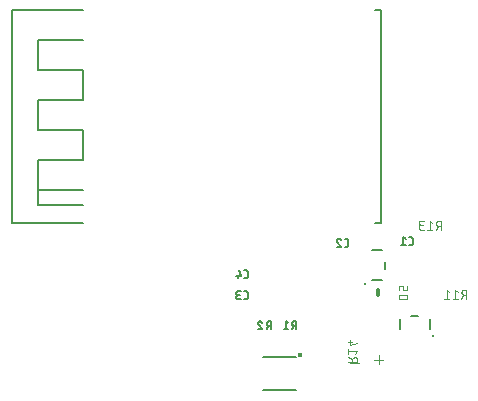
<source format=gbr>
G04 EAGLE Gerber RS-274X export*
G75*
%MOMM*%
%FSLAX34Y34*%
%LPD*%
%INSilkscreen Bottom*%
%IPPOS*%
%AMOC8*
5,1,8,0,0,1.08239X$1,22.5*%
G01*
%ADD10C,0.152400*%
%ADD11C,0.127000*%
%ADD12C,0.203200*%
%ADD13C,0.400000*%
%ADD14C,0.254000*%
%ADD15C,0.300000*%
%ADD16C,0.101600*%
%ADD17C,0.076200*%


D10*
X217543Y70612D02*
X217543Y77216D01*
X215708Y77216D01*
X215623Y77214D01*
X215539Y77208D01*
X215455Y77198D01*
X215371Y77185D01*
X215288Y77167D01*
X215206Y77146D01*
X215125Y77121D01*
X215045Y77092D01*
X214967Y77060D01*
X214891Y77024D01*
X214816Y76984D01*
X214743Y76941D01*
X214672Y76895D01*
X214603Y76846D01*
X214536Y76793D01*
X214472Y76737D01*
X214411Y76679D01*
X214353Y76618D01*
X214297Y76554D01*
X214244Y76487D01*
X214195Y76418D01*
X214149Y76347D01*
X214106Y76274D01*
X214066Y76199D01*
X214030Y76123D01*
X213998Y76045D01*
X213969Y75965D01*
X213944Y75884D01*
X213923Y75802D01*
X213905Y75719D01*
X213892Y75635D01*
X213882Y75551D01*
X213876Y75467D01*
X213874Y75382D01*
X213876Y75297D01*
X213882Y75213D01*
X213892Y75129D01*
X213905Y75045D01*
X213923Y74962D01*
X213944Y74880D01*
X213969Y74799D01*
X213998Y74719D01*
X214030Y74641D01*
X214066Y74565D01*
X214106Y74490D01*
X214149Y74417D01*
X214195Y74346D01*
X214244Y74277D01*
X214297Y74210D01*
X214353Y74146D01*
X214411Y74085D01*
X214472Y74027D01*
X214536Y73971D01*
X214603Y73918D01*
X214672Y73869D01*
X214743Y73823D01*
X214816Y73780D01*
X214891Y73740D01*
X214967Y73704D01*
X215045Y73672D01*
X215125Y73643D01*
X215206Y73618D01*
X215288Y73597D01*
X215371Y73579D01*
X215455Y73566D01*
X215539Y73556D01*
X215623Y73550D01*
X215708Y73548D01*
X215708Y73547D02*
X217543Y73547D01*
X215341Y73547D02*
X213874Y70612D01*
X210306Y75748D02*
X208472Y77216D01*
X208472Y70612D01*
X210306Y70612D02*
X206637Y70612D01*
X195953Y70612D02*
X195953Y77216D01*
X194118Y77216D01*
X194033Y77214D01*
X193949Y77208D01*
X193865Y77198D01*
X193781Y77185D01*
X193698Y77167D01*
X193616Y77146D01*
X193535Y77121D01*
X193455Y77092D01*
X193377Y77060D01*
X193301Y77024D01*
X193226Y76984D01*
X193153Y76941D01*
X193082Y76895D01*
X193013Y76846D01*
X192946Y76793D01*
X192882Y76737D01*
X192821Y76679D01*
X192763Y76618D01*
X192707Y76554D01*
X192654Y76487D01*
X192605Y76418D01*
X192559Y76347D01*
X192516Y76274D01*
X192476Y76199D01*
X192440Y76123D01*
X192408Y76045D01*
X192379Y75965D01*
X192354Y75884D01*
X192333Y75802D01*
X192315Y75719D01*
X192302Y75635D01*
X192292Y75551D01*
X192286Y75467D01*
X192284Y75382D01*
X192286Y75297D01*
X192292Y75213D01*
X192302Y75129D01*
X192315Y75045D01*
X192333Y74962D01*
X192354Y74880D01*
X192379Y74799D01*
X192408Y74719D01*
X192440Y74641D01*
X192476Y74565D01*
X192516Y74490D01*
X192559Y74417D01*
X192605Y74346D01*
X192654Y74277D01*
X192707Y74210D01*
X192763Y74146D01*
X192821Y74085D01*
X192882Y74027D01*
X192946Y73971D01*
X193013Y73918D01*
X193082Y73869D01*
X193153Y73823D01*
X193226Y73780D01*
X193301Y73740D01*
X193377Y73704D01*
X193455Y73672D01*
X193535Y73643D01*
X193616Y73618D01*
X193698Y73597D01*
X193781Y73579D01*
X193865Y73566D01*
X193949Y73556D01*
X194033Y73550D01*
X194118Y73548D01*
X194118Y73547D02*
X195953Y73547D01*
X193751Y73547D02*
X192284Y70612D01*
X186698Y77216D02*
X186619Y77214D01*
X186541Y77209D01*
X186463Y77199D01*
X186386Y77186D01*
X186309Y77169D01*
X186233Y77149D01*
X186158Y77125D01*
X186084Y77098D01*
X186012Y77067D01*
X185941Y77032D01*
X185873Y76995D01*
X185805Y76954D01*
X185740Y76910D01*
X185677Y76863D01*
X185617Y76813D01*
X185559Y76760D01*
X185503Y76704D01*
X185450Y76646D01*
X185400Y76586D01*
X185353Y76523D01*
X185309Y76458D01*
X185268Y76391D01*
X185231Y76322D01*
X185196Y76251D01*
X185165Y76179D01*
X185138Y76105D01*
X185114Y76030D01*
X185094Y75954D01*
X185077Y75877D01*
X185064Y75800D01*
X185054Y75722D01*
X185049Y75644D01*
X185047Y75565D01*
X186698Y77216D02*
X186787Y77214D01*
X186876Y77209D01*
X186964Y77199D01*
X187052Y77186D01*
X187139Y77170D01*
X187226Y77149D01*
X187311Y77125D01*
X187396Y77098D01*
X187479Y77067D01*
X187561Y77032D01*
X187642Y76994D01*
X187721Y76953D01*
X187797Y76909D01*
X187873Y76861D01*
X187946Y76810D01*
X188016Y76757D01*
X188085Y76700D01*
X188151Y76640D01*
X188214Y76578D01*
X188275Y76513D01*
X188333Y76446D01*
X188388Y76376D01*
X188441Y76304D01*
X188490Y76230D01*
X188536Y76154D01*
X188578Y76076D01*
X188618Y75996D01*
X188654Y75915D01*
X188687Y75832D01*
X188716Y75748D01*
X185598Y74281D02*
X185542Y74337D01*
X185488Y74396D01*
X185437Y74457D01*
X185388Y74521D01*
X185343Y74586D01*
X185300Y74654D01*
X185261Y74723D01*
X185224Y74794D01*
X185191Y74867D01*
X185162Y74941D01*
X185135Y75016D01*
X185112Y75092D01*
X185093Y75170D01*
X185077Y75248D01*
X185064Y75326D01*
X185055Y75406D01*
X185050Y75485D01*
X185048Y75565D01*
X185598Y74281D02*
X188716Y70612D01*
X185047Y70612D01*
D11*
X36830Y340360D02*
X-23170Y340360D01*
X-23170Y160360D01*
X36830Y160360D01*
X289130Y160360D02*
X289130Y340360D01*
X283830Y340360D01*
X283830Y160360D02*
X289130Y160360D01*
X36830Y314960D02*
X-1270Y314960D01*
X-1270Y289560D01*
X36830Y289560D01*
X36830Y264160D01*
X-1270Y264160D01*
X-1270Y238760D01*
X36830Y238760D01*
X36830Y213360D01*
X-1270Y213360D01*
X-1270Y187960D01*
X-1270Y175260D01*
X36830Y175260D01*
X36830Y187960D02*
X-1270Y187960D01*
D12*
X189200Y18770D02*
X217200Y18770D01*
X217200Y47270D02*
X189200Y47270D01*
D13*
X220700Y48520D03*
D12*
X281456Y137160D02*
X290044Y137160D01*
X290044Y111760D02*
X281456Y111760D01*
X292838Y121776D02*
X292838Y127144D01*
D14*
X275590Y108458D03*
D10*
X313115Y141732D02*
X314583Y141732D01*
X314657Y141734D01*
X314732Y141740D01*
X314805Y141749D01*
X314879Y141762D01*
X314951Y141779D01*
X315022Y141799D01*
X315093Y141823D01*
X315162Y141851D01*
X315230Y141882D01*
X315295Y141916D01*
X315360Y141954D01*
X315422Y141995D01*
X315482Y142039D01*
X315539Y142086D01*
X315594Y142136D01*
X315647Y142189D01*
X315697Y142244D01*
X315744Y142301D01*
X315788Y142361D01*
X315829Y142423D01*
X315867Y142488D01*
X315901Y142554D01*
X315932Y142621D01*
X315960Y142690D01*
X315984Y142761D01*
X316004Y142832D01*
X316021Y142905D01*
X316034Y142978D01*
X316043Y143052D01*
X316049Y143126D01*
X316051Y143200D01*
X316050Y143200D02*
X316050Y146868D01*
X316051Y146868D02*
X316049Y146942D01*
X316043Y147017D01*
X316034Y147090D01*
X316021Y147163D01*
X316004Y147236D01*
X315984Y147307D01*
X315960Y147378D01*
X315932Y147447D01*
X315901Y147514D01*
X315867Y147580D01*
X315829Y147645D01*
X315788Y147707D01*
X315744Y147767D01*
X315697Y147824D01*
X315647Y147879D01*
X315594Y147932D01*
X315539Y147982D01*
X315482Y148029D01*
X315422Y148073D01*
X315360Y148114D01*
X315295Y148152D01*
X315230Y148186D01*
X315162Y148217D01*
X315093Y148245D01*
X315023Y148269D01*
X314951Y148289D01*
X314879Y148306D01*
X314805Y148319D01*
X314732Y148328D01*
X314657Y148334D01*
X314583Y148336D01*
X313115Y148336D01*
X309919Y146868D02*
X308084Y148336D01*
X308084Y141732D01*
X306250Y141732D02*
X309919Y141732D01*
X259973Y140462D02*
X258505Y140462D01*
X259973Y140462D02*
X260047Y140464D01*
X260122Y140470D01*
X260195Y140479D01*
X260269Y140492D01*
X260341Y140509D01*
X260412Y140529D01*
X260483Y140553D01*
X260552Y140581D01*
X260620Y140612D01*
X260685Y140646D01*
X260750Y140684D01*
X260812Y140725D01*
X260872Y140769D01*
X260929Y140816D01*
X260984Y140866D01*
X261037Y140919D01*
X261087Y140974D01*
X261134Y141031D01*
X261178Y141091D01*
X261219Y141153D01*
X261257Y141218D01*
X261291Y141284D01*
X261322Y141351D01*
X261350Y141420D01*
X261374Y141491D01*
X261394Y141562D01*
X261411Y141635D01*
X261424Y141708D01*
X261433Y141782D01*
X261439Y141856D01*
X261441Y141930D01*
X261440Y141930D02*
X261440Y145598D01*
X261441Y145598D02*
X261439Y145672D01*
X261433Y145747D01*
X261424Y145820D01*
X261411Y145893D01*
X261394Y145966D01*
X261374Y146037D01*
X261350Y146108D01*
X261322Y146177D01*
X261291Y146244D01*
X261257Y146310D01*
X261219Y146375D01*
X261178Y146437D01*
X261134Y146497D01*
X261087Y146554D01*
X261037Y146609D01*
X260984Y146662D01*
X260929Y146712D01*
X260872Y146759D01*
X260812Y146803D01*
X260750Y146844D01*
X260685Y146882D01*
X260620Y146916D01*
X260552Y146947D01*
X260483Y146975D01*
X260413Y146999D01*
X260341Y147019D01*
X260269Y147036D01*
X260195Y147049D01*
X260122Y147058D01*
X260047Y147064D01*
X259973Y147066D01*
X258505Y147066D01*
X253291Y147066D02*
X253212Y147064D01*
X253134Y147059D01*
X253056Y147049D01*
X252979Y147036D01*
X252902Y147019D01*
X252826Y146999D01*
X252751Y146975D01*
X252677Y146948D01*
X252605Y146917D01*
X252534Y146882D01*
X252466Y146845D01*
X252398Y146804D01*
X252333Y146760D01*
X252270Y146713D01*
X252210Y146663D01*
X252152Y146610D01*
X252096Y146554D01*
X252043Y146496D01*
X251993Y146436D01*
X251946Y146373D01*
X251902Y146308D01*
X251861Y146241D01*
X251824Y146172D01*
X251789Y146101D01*
X251758Y146029D01*
X251731Y145955D01*
X251707Y145880D01*
X251687Y145804D01*
X251670Y145727D01*
X251657Y145650D01*
X251647Y145572D01*
X251642Y145494D01*
X251640Y145415D01*
X253291Y147066D02*
X253380Y147064D01*
X253469Y147059D01*
X253557Y147049D01*
X253645Y147036D01*
X253732Y147020D01*
X253819Y146999D01*
X253904Y146975D01*
X253989Y146948D01*
X254072Y146917D01*
X254154Y146882D01*
X254235Y146844D01*
X254314Y146803D01*
X254390Y146759D01*
X254466Y146711D01*
X254539Y146660D01*
X254609Y146607D01*
X254678Y146550D01*
X254744Y146490D01*
X254807Y146428D01*
X254868Y146363D01*
X254926Y146296D01*
X254981Y146226D01*
X255034Y146154D01*
X255083Y146080D01*
X255129Y146004D01*
X255171Y145926D01*
X255211Y145846D01*
X255247Y145765D01*
X255280Y145682D01*
X255309Y145598D01*
X252190Y144131D02*
X252134Y144187D01*
X252080Y144246D01*
X252029Y144307D01*
X251980Y144371D01*
X251935Y144436D01*
X251892Y144504D01*
X251853Y144573D01*
X251816Y144644D01*
X251783Y144717D01*
X251754Y144791D01*
X251727Y144866D01*
X251704Y144942D01*
X251685Y145020D01*
X251669Y145098D01*
X251656Y145176D01*
X251647Y145256D01*
X251642Y145335D01*
X251640Y145415D01*
X252190Y144131D02*
X255309Y140462D01*
X251640Y140462D01*
X174883Y96012D02*
X173415Y96012D01*
X174883Y96012D02*
X174957Y96014D01*
X175032Y96020D01*
X175105Y96029D01*
X175179Y96042D01*
X175251Y96059D01*
X175322Y96079D01*
X175393Y96103D01*
X175462Y96131D01*
X175530Y96162D01*
X175595Y96196D01*
X175660Y96234D01*
X175722Y96275D01*
X175782Y96319D01*
X175839Y96366D01*
X175894Y96416D01*
X175947Y96469D01*
X175997Y96524D01*
X176044Y96581D01*
X176088Y96641D01*
X176129Y96703D01*
X176167Y96768D01*
X176201Y96834D01*
X176232Y96901D01*
X176260Y96970D01*
X176284Y97041D01*
X176304Y97112D01*
X176321Y97185D01*
X176334Y97258D01*
X176343Y97332D01*
X176349Y97406D01*
X176351Y97480D01*
X176350Y97480D02*
X176350Y101148D01*
X176351Y101148D02*
X176349Y101222D01*
X176343Y101297D01*
X176334Y101370D01*
X176321Y101443D01*
X176304Y101516D01*
X176284Y101587D01*
X176260Y101658D01*
X176232Y101727D01*
X176201Y101794D01*
X176167Y101860D01*
X176129Y101925D01*
X176088Y101987D01*
X176044Y102047D01*
X175997Y102104D01*
X175947Y102159D01*
X175894Y102212D01*
X175839Y102262D01*
X175782Y102309D01*
X175722Y102353D01*
X175660Y102394D01*
X175595Y102432D01*
X175530Y102466D01*
X175462Y102497D01*
X175393Y102525D01*
X175323Y102549D01*
X175251Y102569D01*
X175179Y102586D01*
X175105Y102599D01*
X175032Y102608D01*
X174957Y102614D01*
X174883Y102616D01*
X173415Y102616D01*
X170219Y96012D02*
X168384Y96012D01*
X168299Y96014D01*
X168215Y96020D01*
X168131Y96030D01*
X168047Y96043D01*
X167964Y96061D01*
X167882Y96082D01*
X167801Y96107D01*
X167721Y96136D01*
X167643Y96168D01*
X167567Y96204D01*
X167492Y96244D01*
X167419Y96287D01*
X167348Y96333D01*
X167279Y96382D01*
X167212Y96435D01*
X167148Y96491D01*
X167087Y96549D01*
X167029Y96610D01*
X166973Y96674D01*
X166920Y96741D01*
X166871Y96810D01*
X166825Y96881D01*
X166782Y96954D01*
X166742Y97029D01*
X166706Y97105D01*
X166674Y97183D01*
X166645Y97263D01*
X166620Y97344D01*
X166599Y97426D01*
X166581Y97509D01*
X166568Y97593D01*
X166558Y97677D01*
X166552Y97761D01*
X166550Y97846D01*
X166552Y97931D01*
X166558Y98015D01*
X166568Y98099D01*
X166581Y98183D01*
X166599Y98266D01*
X166620Y98348D01*
X166645Y98429D01*
X166674Y98509D01*
X166706Y98587D01*
X166742Y98663D01*
X166782Y98738D01*
X166825Y98811D01*
X166871Y98882D01*
X166920Y98951D01*
X166973Y99018D01*
X167029Y99082D01*
X167087Y99143D01*
X167148Y99201D01*
X167212Y99257D01*
X167279Y99310D01*
X167348Y99359D01*
X167419Y99405D01*
X167492Y99448D01*
X167567Y99488D01*
X167643Y99524D01*
X167721Y99556D01*
X167801Y99585D01*
X167882Y99610D01*
X167964Y99631D01*
X168047Y99649D01*
X168131Y99662D01*
X168215Y99672D01*
X168299Y99678D01*
X168384Y99680D01*
X168017Y102616D02*
X170219Y102616D01*
X168017Y102616D02*
X167941Y102614D01*
X167866Y102608D01*
X167791Y102599D01*
X167717Y102585D01*
X167643Y102568D01*
X167571Y102546D01*
X167499Y102522D01*
X167429Y102493D01*
X167361Y102461D01*
X167294Y102426D01*
X167229Y102387D01*
X167166Y102344D01*
X167106Y102299D01*
X167048Y102251D01*
X166992Y102199D01*
X166940Y102145D01*
X166890Y102088D01*
X166843Y102029D01*
X166799Y101968D01*
X166758Y101904D01*
X166721Y101838D01*
X166687Y101770D01*
X166657Y101701D01*
X166630Y101630D01*
X166607Y101558D01*
X166588Y101485D01*
X166573Y101411D01*
X166561Y101336D01*
X166553Y101261D01*
X166549Y101186D01*
X166549Y101110D01*
X166553Y101035D01*
X166561Y100960D01*
X166573Y100885D01*
X166588Y100811D01*
X166607Y100738D01*
X166630Y100666D01*
X166657Y100595D01*
X166687Y100526D01*
X166721Y100458D01*
X166758Y100392D01*
X166799Y100328D01*
X166843Y100267D01*
X166890Y100208D01*
X166940Y100151D01*
X166992Y100097D01*
X167048Y100045D01*
X167106Y99997D01*
X167166Y99952D01*
X167229Y99909D01*
X167294Y99870D01*
X167361Y99835D01*
X167429Y99803D01*
X167499Y99774D01*
X167571Y99750D01*
X167643Y99728D01*
X167717Y99711D01*
X167791Y99697D01*
X167866Y99688D01*
X167941Y99682D01*
X168017Y99680D01*
X168017Y99681D02*
X169485Y99681D01*
X173415Y113792D02*
X174883Y113792D01*
X174957Y113794D01*
X175032Y113800D01*
X175105Y113809D01*
X175179Y113822D01*
X175251Y113839D01*
X175322Y113859D01*
X175393Y113883D01*
X175462Y113911D01*
X175530Y113942D01*
X175595Y113976D01*
X175660Y114014D01*
X175722Y114055D01*
X175782Y114099D01*
X175839Y114146D01*
X175894Y114196D01*
X175947Y114249D01*
X175997Y114304D01*
X176044Y114361D01*
X176088Y114421D01*
X176129Y114483D01*
X176167Y114548D01*
X176201Y114614D01*
X176232Y114681D01*
X176260Y114750D01*
X176284Y114821D01*
X176304Y114892D01*
X176321Y114965D01*
X176334Y115038D01*
X176343Y115112D01*
X176349Y115186D01*
X176351Y115260D01*
X176350Y115260D02*
X176350Y118928D01*
X176351Y118928D02*
X176349Y119002D01*
X176343Y119077D01*
X176334Y119150D01*
X176321Y119223D01*
X176304Y119296D01*
X176284Y119367D01*
X176260Y119438D01*
X176232Y119507D01*
X176201Y119574D01*
X176167Y119640D01*
X176129Y119705D01*
X176088Y119767D01*
X176044Y119827D01*
X175997Y119884D01*
X175947Y119939D01*
X175894Y119992D01*
X175839Y120042D01*
X175782Y120089D01*
X175722Y120133D01*
X175660Y120174D01*
X175595Y120212D01*
X175530Y120246D01*
X175462Y120277D01*
X175393Y120305D01*
X175323Y120329D01*
X175251Y120349D01*
X175179Y120366D01*
X175105Y120379D01*
X175032Y120388D01*
X174957Y120394D01*
X174883Y120396D01*
X173415Y120396D01*
X168751Y120396D02*
X170219Y115260D01*
X166550Y115260D01*
X167650Y116727D02*
X167650Y113792D01*
D15*
X286480Y103600D02*
X286480Y99600D01*
D16*
X304038Y95845D02*
X311150Y95845D01*
X311150Y97820D01*
X311148Y97906D01*
X311142Y97992D01*
X311133Y98078D01*
X311120Y98163D01*
X311103Y98248D01*
X311083Y98331D01*
X311059Y98414D01*
X311031Y98496D01*
X311000Y98576D01*
X310965Y98655D01*
X310927Y98732D01*
X310885Y98808D01*
X310841Y98882D01*
X310793Y98953D01*
X310742Y99023D01*
X310688Y99090D01*
X310631Y99155D01*
X310571Y99217D01*
X310509Y99277D01*
X310444Y99334D01*
X310377Y99388D01*
X310307Y99439D01*
X310236Y99487D01*
X310162Y99531D01*
X310086Y99573D01*
X310009Y99611D01*
X309930Y99646D01*
X309850Y99677D01*
X309768Y99705D01*
X309685Y99729D01*
X309602Y99749D01*
X309517Y99766D01*
X309432Y99779D01*
X309346Y99788D01*
X309260Y99794D01*
X309174Y99796D01*
X306014Y99796D01*
X305928Y99794D01*
X305842Y99788D01*
X305756Y99779D01*
X305671Y99766D01*
X305586Y99749D01*
X305503Y99729D01*
X305420Y99705D01*
X305338Y99677D01*
X305258Y99646D01*
X305179Y99611D01*
X305102Y99573D01*
X305026Y99531D01*
X304952Y99487D01*
X304881Y99439D01*
X304811Y99388D01*
X304744Y99334D01*
X304679Y99277D01*
X304617Y99217D01*
X304557Y99155D01*
X304500Y99090D01*
X304446Y99023D01*
X304395Y98953D01*
X304347Y98882D01*
X304303Y98808D01*
X304261Y98732D01*
X304223Y98655D01*
X304188Y98576D01*
X304157Y98496D01*
X304129Y98414D01*
X304105Y98331D01*
X304085Y98248D01*
X304068Y98163D01*
X304055Y98078D01*
X304046Y97992D01*
X304040Y97906D01*
X304038Y97820D01*
X304038Y95845D01*
X304038Y103404D02*
X304038Y105775D01*
X304040Y105853D01*
X304046Y105930D01*
X304055Y106007D01*
X304068Y106083D01*
X304085Y106159D01*
X304106Y106234D01*
X304130Y106307D01*
X304158Y106380D01*
X304190Y106451D01*
X304225Y106520D01*
X304263Y106587D01*
X304304Y106653D01*
X304349Y106716D01*
X304397Y106777D01*
X304447Y106836D01*
X304501Y106892D01*
X304557Y106946D01*
X304616Y106996D01*
X304677Y107044D01*
X304740Y107089D01*
X304806Y107130D01*
X304873Y107168D01*
X304942Y107203D01*
X305013Y107235D01*
X305086Y107263D01*
X305159Y107287D01*
X305234Y107308D01*
X305310Y107325D01*
X305386Y107338D01*
X305463Y107347D01*
X305540Y107353D01*
X305618Y107355D01*
X306409Y107355D01*
X306487Y107353D01*
X306564Y107347D01*
X306641Y107338D01*
X306717Y107325D01*
X306793Y107308D01*
X306868Y107287D01*
X306941Y107263D01*
X307014Y107235D01*
X307085Y107203D01*
X307154Y107168D01*
X307221Y107130D01*
X307287Y107089D01*
X307350Y107044D01*
X307411Y106996D01*
X307470Y106946D01*
X307526Y106892D01*
X307580Y106836D01*
X307630Y106777D01*
X307678Y106716D01*
X307723Y106653D01*
X307764Y106587D01*
X307802Y106520D01*
X307837Y106451D01*
X307869Y106380D01*
X307897Y106307D01*
X307921Y106234D01*
X307942Y106159D01*
X307959Y106083D01*
X307972Y106007D01*
X307981Y105930D01*
X307987Y105853D01*
X307989Y105775D01*
X307989Y103404D01*
X311150Y103404D01*
X311150Y107355D01*
D12*
X304800Y79224D02*
X304800Y70636D01*
X330200Y70636D02*
X330200Y79224D01*
X320184Y82018D02*
X314816Y82018D01*
D14*
X333502Y64770D03*
D17*
X361292Y96343D02*
X361292Y103709D01*
X359246Y103709D01*
X359157Y103707D01*
X359068Y103701D01*
X358979Y103691D01*
X358891Y103678D01*
X358803Y103661D01*
X358716Y103639D01*
X358631Y103614D01*
X358546Y103586D01*
X358463Y103553D01*
X358381Y103517D01*
X358301Y103478D01*
X358223Y103435D01*
X358147Y103389D01*
X358072Y103339D01*
X358000Y103286D01*
X357931Y103230D01*
X357864Y103171D01*
X357799Y103110D01*
X357738Y103045D01*
X357679Y102978D01*
X357623Y102909D01*
X357570Y102837D01*
X357520Y102762D01*
X357474Y102686D01*
X357431Y102608D01*
X357392Y102528D01*
X357356Y102446D01*
X357323Y102363D01*
X357295Y102278D01*
X357270Y102193D01*
X357248Y102106D01*
X357231Y102018D01*
X357218Y101930D01*
X357208Y101841D01*
X357202Y101752D01*
X357200Y101663D01*
X357202Y101574D01*
X357208Y101485D01*
X357218Y101396D01*
X357231Y101308D01*
X357248Y101220D01*
X357270Y101133D01*
X357295Y101048D01*
X357323Y100963D01*
X357356Y100880D01*
X357392Y100798D01*
X357431Y100718D01*
X357474Y100640D01*
X357520Y100564D01*
X357570Y100489D01*
X357623Y100417D01*
X357679Y100348D01*
X357738Y100281D01*
X357799Y100216D01*
X357864Y100155D01*
X357931Y100096D01*
X358000Y100040D01*
X358072Y99987D01*
X358147Y99937D01*
X358223Y99891D01*
X358301Y99848D01*
X358381Y99809D01*
X358463Y99773D01*
X358546Y99740D01*
X358631Y99712D01*
X358716Y99687D01*
X358803Y99665D01*
X358891Y99648D01*
X358979Y99635D01*
X359068Y99625D01*
X359157Y99619D01*
X359246Y99617D01*
X361292Y99617D01*
X358837Y99617D02*
X357200Y96343D01*
X354028Y102072D02*
X351982Y103709D01*
X351982Y96343D01*
X354028Y96343D02*
X349936Y96343D01*
X346713Y102072D02*
X344667Y103709D01*
X344667Y96343D01*
X346713Y96343D02*
X342621Y96343D01*
X339702Y154763D02*
X339702Y162129D01*
X337656Y162129D01*
X337567Y162127D01*
X337478Y162121D01*
X337389Y162111D01*
X337301Y162098D01*
X337213Y162081D01*
X337126Y162059D01*
X337041Y162034D01*
X336956Y162006D01*
X336873Y161973D01*
X336791Y161937D01*
X336711Y161898D01*
X336633Y161855D01*
X336557Y161809D01*
X336482Y161759D01*
X336410Y161706D01*
X336341Y161650D01*
X336274Y161591D01*
X336209Y161530D01*
X336148Y161465D01*
X336089Y161398D01*
X336033Y161329D01*
X335980Y161257D01*
X335930Y161182D01*
X335884Y161106D01*
X335841Y161028D01*
X335802Y160948D01*
X335766Y160866D01*
X335733Y160783D01*
X335705Y160698D01*
X335680Y160613D01*
X335658Y160526D01*
X335641Y160438D01*
X335628Y160350D01*
X335618Y160261D01*
X335612Y160172D01*
X335610Y160083D01*
X335612Y159994D01*
X335618Y159905D01*
X335628Y159816D01*
X335641Y159728D01*
X335658Y159640D01*
X335680Y159553D01*
X335705Y159468D01*
X335733Y159383D01*
X335766Y159300D01*
X335802Y159218D01*
X335841Y159138D01*
X335884Y159060D01*
X335930Y158984D01*
X335980Y158909D01*
X336033Y158837D01*
X336089Y158768D01*
X336148Y158701D01*
X336209Y158636D01*
X336274Y158575D01*
X336341Y158516D01*
X336410Y158460D01*
X336482Y158407D01*
X336557Y158357D01*
X336633Y158311D01*
X336711Y158268D01*
X336791Y158229D01*
X336873Y158193D01*
X336956Y158160D01*
X337041Y158132D01*
X337126Y158107D01*
X337213Y158085D01*
X337301Y158068D01*
X337389Y158055D01*
X337478Y158045D01*
X337567Y158039D01*
X337656Y158037D01*
X339702Y158037D01*
X337247Y158037D02*
X335610Y154763D01*
X332438Y160492D02*
X330392Y162129D01*
X330392Y154763D01*
X332438Y154763D02*
X328346Y154763D01*
X325123Y154763D02*
X323077Y154763D01*
X322988Y154765D01*
X322899Y154771D01*
X322810Y154781D01*
X322722Y154794D01*
X322634Y154811D01*
X322547Y154833D01*
X322462Y154858D01*
X322377Y154886D01*
X322294Y154919D01*
X322212Y154955D01*
X322132Y154994D01*
X322054Y155037D01*
X321978Y155083D01*
X321903Y155133D01*
X321831Y155186D01*
X321762Y155242D01*
X321695Y155301D01*
X321630Y155362D01*
X321569Y155427D01*
X321510Y155494D01*
X321454Y155563D01*
X321401Y155635D01*
X321351Y155710D01*
X321305Y155786D01*
X321262Y155864D01*
X321223Y155944D01*
X321187Y156026D01*
X321154Y156109D01*
X321126Y156194D01*
X321101Y156279D01*
X321079Y156366D01*
X321062Y156454D01*
X321049Y156542D01*
X321039Y156631D01*
X321033Y156720D01*
X321031Y156809D01*
X321033Y156898D01*
X321039Y156987D01*
X321049Y157076D01*
X321062Y157164D01*
X321079Y157252D01*
X321101Y157339D01*
X321126Y157424D01*
X321154Y157509D01*
X321187Y157592D01*
X321223Y157674D01*
X321262Y157754D01*
X321305Y157832D01*
X321351Y157908D01*
X321401Y157983D01*
X321454Y158055D01*
X321510Y158124D01*
X321569Y158191D01*
X321630Y158256D01*
X321695Y158317D01*
X321762Y158376D01*
X321831Y158432D01*
X321903Y158485D01*
X321978Y158535D01*
X322054Y158581D01*
X322132Y158624D01*
X322212Y158663D01*
X322294Y158699D01*
X322377Y158732D01*
X322462Y158760D01*
X322547Y158785D01*
X322634Y158807D01*
X322722Y158824D01*
X322810Y158837D01*
X322899Y158847D01*
X322988Y158853D01*
X323077Y158855D01*
X322668Y162129D02*
X325123Y162129D01*
X322668Y162129D02*
X322589Y162127D01*
X322510Y162121D01*
X322431Y162112D01*
X322353Y162099D01*
X322276Y162081D01*
X322200Y162061D01*
X322125Y162036D01*
X322051Y162008D01*
X321978Y161977D01*
X321907Y161941D01*
X321838Y161903D01*
X321771Y161861D01*
X321706Y161816D01*
X321643Y161768D01*
X321582Y161717D01*
X321525Y161663D01*
X321469Y161607D01*
X321417Y161548D01*
X321367Y161486D01*
X321321Y161422D01*
X321277Y161356D01*
X321237Y161288D01*
X321201Y161218D01*
X321167Y161146D01*
X321137Y161072D01*
X321111Y160998D01*
X321088Y160922D01*
X321070Y160845D01*
X321054Y160768D01*
X321043Y160689D01*
X321035Y160611D01*
X321031Y160532D01*
X321031Y160452D01*
X321035Y160373D01*
X321043Y160295D01*
X321054Y160216D01*
X321070Y160139D01*
X321088Y160062D01*
X321111Y159986D01*
X321137Y159912D01*
X321167Y159838D01*
X321201Y159766D01*
X321237Y159696D01*
X321277Y159628D01*
X321321Y159562D01*
X321367Y159498D01*
X321417Y159436D01*
X321469Y159377D01*
X321525Y159321D01*
X321582Y159267D01*
X321643Y159216D01*
X321706Y159168D01*
X321771Y159123D01*
X321838Y159081D01*
X321907Y159043D01*
X321978Y159007D01*
X322051Y158976D01*
X322125Y158948D01*
X322200Y158923D01*
X322276Y158903D01*
X322353Y158885D01*
X322431Y158872D01*
X322510Y158863D01*
X322589Y158857D01*
X322668Y158855D01*
X324305Y158855D01*
X268809Y42568D02*
X261443Y42568D01*
X268809Y42568D02*
X268809Y44614D01*
X268807Y44703D01*
X268801Y44792D01*
X268791Y44881D01*
X268778Y44969D01*
X268761Y45057D01*
X268739Y45144D01*
X268714Y45229D01*
X268686Y45314D01*
X268653Y45397D01*
X268617Y45479D01*
X268578Y45559D01*
X268535Y45637D01*
X268489Y45713D01*
X268439Y45788D01*
X268386Y45860D01*
X268330Y45929D01*
X268271Y45996D01*
X268210Y46061D01*
X268145Y46122D01*
X268078Y46181D01*
X268009Y46237D01*
X267937Y46290D01*
X267862Y46340D01*
X267786Y46386D01*
X267708Y46429D01*
X267628Y46468D01*
X267546Y46504D01*
X267463Y46537D01*
X267378Y46565D01*
X267293Y46590D01*
X267206Y46612D01*
X267118Y46629D01*
X267030Y46642D01*
X266941Y46652D01*
X266852Y46658D01*
X266763Y46660D01*
X266674Y46658D01*
X266585Y46652D01*
X266496Y46642D01*
X266408Y46629D01*
X266320Y46612D01*
X266233Y46590D01*
X266148Y46565D01*
X266063Y46537D01*
X265980Y46504D01*
X265898Y46468D01*
X265818Y46429D01*
X265740Y46386D01*
X265664Y46340D01*
X265589Y46290D01*
X265517Y46237D01*
X265448Y46181D01*
X265381Y46122D01*
X265316Y46061D01*
X265255Y45996D01*
X265196Y45929D01*
X265140Y45860D01*
X265087Y45788D01*
X265037Y45713D01*
X264991Y45637D01*
X264948Y45559D01*
X264909Y45479D01*
X264873Y45397D01*
X264840Y45314D01*
X264812Y45229D01*
X264787Y45144D01*
X264765Y45057D01*
X264748Y44969D01*
X264735Y44881D01*
X264725Y44792D01*
X264719Y44703D01*
X264717Y44614D01*
X264717Y42568D01*
X264717Y45023D02*
X261443Y46660D01*
X267172Y49832D02*
X268809Y51878D01*
X261443Y51878D01*
X261443Y49832D02*
X261443Y53924D01*
X263080Y57147D02*
X268809Y58784D01*
X263080Y57147D02*
X263080Y61239D01*
X264717Y60011D02*
X261443Y60011D01*
D16*
X283452Y44572D02*
X291241Y44572D01*
X287346Y48466D02*
X287346Y40677D01*
X270652Y41763D02*
X262863Y41763D01*
M02*

</source>
